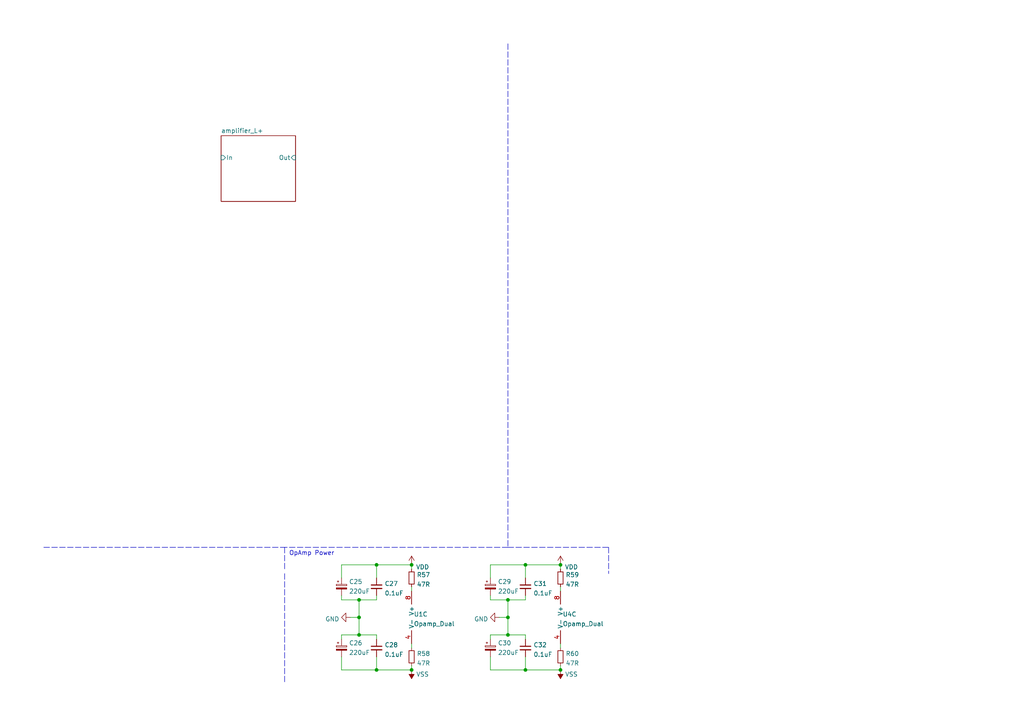
<source format=kicad_sch>
(kicad_sch (version 20211123) (generator eeschema)
  (paper "A4")
  (title_block (title "Whammy Balanced Amp Board") (date "2022-10-11") (rev "1.0") (company "ncAudio"))
  (lib_symbols
    (symbol "Device:C_Polarized_Small" (pin_numbers hide) (pin_names (offset 0.254) hide)
      (property "Reference" "C" (at 0.254 1.778 0))
      (property "Value" "C_Polarized_Small" (at 0.254 -2.032 0))
      (symbol "C_Polarized_Small_0_1"
        (rectangle (start -1.524 -0.3048) (end 1.524 -0.6858) (fill (type outline)))
        (rectangle (start -1.524 0.6858) (end 1.524 0.3048))
        (polyline (pts (xy -1.27 1.524) (xy -0.762 1.524)))
        (polyline (pts (xy -1.016 1.27) (xy -1.016 1.778)))
      )
      (symbol "C_Polarized_Small_1_1"
        (pin passive line (at 0 2.54 270) (length 1.8542) (name "~") (number "1"))
        (pin passive line (at 0 -2.54 90) (length 1.8542) (name "~") (number "2"))
      )
    )
    (symbol "Device:C_Small" (pin_numbers hide) (pin_names (offset 0.254) hide)
      (property "Reference" "C" (at 0.254 1.778 0))
      (property "Value" "C_Small" (at 0.254 -2.032 0))
      (symbol "C_Small_0_1"
        (polyline (pts (xy -1.524 -0.508) (xy 1.524 -0.508)) (stroke (width 0.3302)))
        (polyline (pts (xy -1.524 0.508) (xy 1.524 0.508)) (stroke (width 0.3048)))
      )
      (symbol "C_Small_1_1"
        (pin passive line (at 0 2.54 270) (length 2.032) (name "~") (number "1"))
        (pin passive line (at 0 -2.54 90) (length 2.032) (name "~") (number "2"))
      )
    )
    (symbol "Device:Opamp_Dual"
      (property "Reference" "U" (at 0 5.08 0))
      (property "Value" "Opamp_Dual" (at 0 -5.08 0))
      (symbol "Opamp_Dual_1_1"
        (polyline (pts (xy -5.08 5.08) (xy 5.08 0) (xy -5.08 -5.08) (xy -5.08 5.08)) (stroke (width 0.254)) (fill (type background)))
        (pin output line (at 7.62 0 180) (length 2.54) (name "~") (number "1"))
        (pin input line (at -7.62 -2.54 0) (length 2.54) (name "-") (number "2"))
        (pin input line (at -7.62 2.54 0) (length 2.54) (name "+") (number "3"))
      )
      (symbol "Opamp_Dual_2_1"
        (polyline (pts (xy -5.08 5.08) (xy 5.08 0) (xy -5.08 -5.08) (xy -5.08 5.08)) (stroke (width 0.254)) (fill (type background)))
        (pin input line (at -7.62 2.54 0) (length 2.54) (name "+") (number "5"))
        (pin input line (at -7.62 -2.54 0) (length 2.54) (name "-") (number "6"))
        (pin output line (at 7.62 0 180) (length 2.54) (name "~") (number "7"))
      )
      (symbol "Opamp_Dual_3_1"
        (pin power_in line (at -2.54 -7.62 90) (length 3.81) (name "V-") (number "4"))
        (pin power_in line (at -2.54 7.62 270) (length 3.81) (name "V+") (number "8"))
      )
    )
    (symbol "Device:R_Small" (pin_numbers hide) (pin_names (offset 0.254) hide)
      (property "Reference" "R" (at 0.762 0.508 0))
      (property "Value" "R_Small" (at 0.762 -1.016 0))
      (symbol "R_Small_0_1"
        (rectangle (start -0.762 1.778) (end 0.762 -1.778) (stroke (width 0.2032)))
      )
      (symbol "R_Small_1_1"
        (pin passive line (at 0 2.54 270) (length 0.762) (name "~") (number "1"))
        (pin passive line (at 0 -2.54 90) (length 0.762) (name "~") (number "2"))
      )
    )
    (symbol "power:GND" (power) (pin_names (offset 0))
      (property "Value" "GND" (at 0 -3.81 0))
      (symbol "GND_0_1"
        (polyline (pts (xy 0 0) (xy 0 -1.27) (xy 1.27 -1.27) (xy 0 -2.54) (xy -1.27 -1.27) (xy 0 -1.27)))
      )
      (symbol "GND_1_1"
        (pin power_in line (at 0 0 270) (length 0) hide (name "GND") (number "1"))
      )
    )
    (symbol "power:VDD" (power) (pin_names (offset 0))
      (property "Value" "VDD" (at 0 3.81 0))
      (symbol "VDD_0_1"
        (polyline (pts (xy -0.762 1.27) (xy 0 2.54)))
        (polyline (pts (xy 0 0) (xy 0 2.54)))
        (polyline (pts (xy 0 2.54) (xy 0.762 1.27)))
      )
      (symbol "VDD_1_1"
        (pin power_in line (at 0 0 90) (length 0) hide (name "VDD") (number "1"))
      )
    )
    (symbol "power:VSS" (power) (pin_names (offset 0))
      (property "Value" "VSS" (at 0 3.81 0))
      (symbol "VSS_0_1"
        (polyline (pts (xy 0 0) (xy 0 2.54)))
        (polyline (pts (xy 0.762 1.27) (xy -0.762 1.27) (xy 0 2.54) (xy 0.762 1.27)) (fill (type outline)))
      )
      (symbol "VSS_1_1"
        (pin power_in line (at 0 0 90) (length 0) hide (name "VSS") (number "1"))
      )
    )
  )
  (junction (at 104.14 184.15))
  (junction (at 104.14 173.99))
  (junction (at 104.14 179.07))
  (junction (at 119.38 194.31))
  (junction (at 152.4 163.83))
  (junction (at 162.56 194.31))
  (junction (at 147.32 184.15))
  (junction (at 109.22 194.31))
  (junction (at 152.4 194.31))
  (junction (at 162.56 163.83))
  (junction (at 147.32 179.07))
  (junction (at 147.32 173.99))
  (junction (at 119.38 163.83))
  (junction (at 109.22 163.83))
  (wire (pts (xy 152.4 190.5) (xy 152.4 194.31)))
  (wire (pts (xy 142.24 172.72) (xy 142.24 173.99)))
  (wire (pts (xy 119.38 194.31) (xy 119.38 193.04)))
  (wire (pts (xy 109.22 184.15) (xy 109.22 185.42)))
  (wire (pts (xy 109.22 190.5) (xy 109.22 194.31)))
  (wire (pts (xy 99.06 172.72) (xy 99.06 173.99)))
  (wire (pts (xy 109.22 194.31) (xy 119.38 194.31)))
  (wire (pts (xy 104.14 184.15) (xy 109.22 184.15)))
  (wire (pts (xy 142.24 163.83) (xy 152.4 163.83)))
  (wire (pts (xy 142.24 184.15) (xy 147.32 184.15)))
  (wire (pts (xy 152.4 173.99) (xy 152.4 172.72)))
  (wire (pts (xy 99.06 163.83) (xy 109.22 163.83)))
  (polyline (pts (xy 147.32 158.75) (xy 176.53 158.75)))
  (wire (pts (xy 99.06 184.15) (xy 104.14 184.15)))
  (wire (pts (xy 147.32 179.07) (xy 147.32 184.15)))
  (wire (pts (xy 162.56 165.1) (xy 162.56 163.83)))
  (wire (pts (xy 147.32 184.15) (xy 152.4 184.15)))
  (polyline (pts (xy 82.55 158.75) (xy 82.55 165.1)))
  (wire (pts (xy 109.22 167.64) (xy 109.22 163.83)))
  (polyline (pts (xy 147.32 158.75) (xy 82.55 158.75)))
  (polyline (pts (xy 147.32 12.7) (xy 147.32 158.75)))
  (wire (pts (xy 142.24 194.31) (xy 142.24 190.5)))
  (wire (pts (xy 152.4 163.83) (xy 162.56 163.83)))
  (wire (pts (xy 152.4 194.31) (xy 142.24 194.31)))
  (wire (pts (xy 104.14 179.07) (xy 104.14 184.15)))
  (wire (pts (xy 109.22 163.83) (xy 119.38 163.83)))
  (wire (pts (xy 162.56 171.45) (xy 162.56 170.18)))
  (wire (pts (xy 99.06 163.83) (xy 99.06 167.64)))
  (wire (pts (xy 142.24 185.42) (xy 142.24 184.15)))
  (wire (pts (xy 99.06 194.31) (xy 99.06 190.5)))
  (wire (pts (xy 152.4 167.64) (xy 152.4 163.83)))
  (wire (pts (xy 109.22 173.99) (xy 109.22 172.72)))
  (wire (pts (xy 162.56 194.31) (xy 162.56 193.04)))
  (wire (pts (xy 109.22 194.31) (xy 99.06 194.31)))
  (wire (pts (xy 162.56 187.96) (xy 162.56 186.69)))
  (polyline (pts (xy 176.53 158.75) (xy 176.53 166.37)))
  (wire (pts (xy 142.24 173.99) (xy 147.32 173.99)))
  (polyline (pts (xy 12.7 158.75) (xy 82.55 158.75)))
  (wire (pts (xy 119.38 165.1) (xy 119.38 163.83)))
  (wire (pts (xy 99.06 185.42) (xy 99.06 184.15)))
  (wire (pts (xy 119.38 171.45) (xy 119.38 170.18)))
  (wire (pts (xy 119.38 187.96) (xy 119.38 186.69)))
  (polyline (pts (xy 82.55 166.37) (xy 82.55 198.12)))
  (wire (pts (xy 104.14 173.99) (xy 109.22 173.99)))
  (wire (pts (xy 147.32 173.99) (xy 152.4 173.99)))
  (wire (pts (xy 99.06 173.99) (xy 104.14 173.99)))
  (wire (pts (xy 144.78 179.07) (xy 147.32 179.07)))
  (wire (pts (xy 152.4 194.31) (xy 162.56 194.31)))
  (wire (pts (xy 142.24 163.83) (xy 142.24 167.64)))
  (wire (pts (xy 152.4 184.15) (xy 152.4 185.42)))
  (wire (pts (xy 104.14 173.99) (xy 104.14 179.07)))
  (wire (pts (xy 101.6 179.07) (xy 104.14 179.07)))
  (wire (pts (xy 147.32 173.99) (xy 147.32 179.07)))
  (text "OpAmp Power" (at 83.82 161.29 0) (effects (font (size 1.27 1.27)) (justify left bottom)))
  (symbol (lib_id "Device:C_Polarized_Small") (at 142.24 187.96 0) (unit 1)
    (property "Reference" "C30" (at 144.399 186.5054 0) (effects (justify left)))
    (property "Value" "220uF" (at 144.399 189.2805 0) (effects (justify left)))
  )
  (symbol (lib_id "Device:Opamp_Dual") (at 116.84 179.07 0) (mirror y) (unit 3)
    (property "Reference" "U1" (at 120.015 178.1615 0) (effects (justify right)))
    (property "Value" "Opamp_Dual" (at 120.015 180.9366 0) (effects (justify right)))
  )
  (symbol (lib_id "Device:R_Small") (at 119.38 167.64 0) (unit 1)
    (property "Reference" "R57" (at 120.8786 166.7315 0) (effects (justify left)))
    (property "Value" "47R" (at 120.8786 169.5066 0) (effects (justify left)))
  )
  (symbol (lib_id "Device:C_Small") (at 109.22 170.18 0) (unit 1)
    (property "Reference" "C27" (at 111.5441 169.2778 0) (effects (justify left)))
    (property "Value" "0.1uF" (at 111.5441 172.0529 0) (effects (justify left)))
  )
  (symbol (lib_id "Device:C_Polarized_Small") (at 99.06 187.96 0) (unit 1)
    (property "Reference" "C26" (at 101.219 186.5054 0) (effects (justify left)))
    (property "Value" "220uF" (at 101.219 189.2805 0) (effects (justify left)))
  )
  (symbol (lib_id "power:GND") (at 101.6 179.07 270) (mirror x) (unit 1)
    (property "Reference" "#PWR09" (effects hide))
    (property "Value" "GND" (at 98.4251 179.549 90) (effects (justify right)))
  )
  (symbol (lib_id "Device:R_Small") (at 119.38 190.5 0) (unit 1)
    (property "Reference" "R58" (at 120.8786 189.5915 0) (effects (justify left)))
    (property "Value" "47R" (at 120.8786 192.3666 0) (effects (justify left)))
  )
  (symbol (lib_id "Device:C_Polarized_Small") (at 142.24 170.18 0) (unit 1)
    (property "Reference" "C29" (at 144.399 168.7254 0) (effects (justify left)))
    (property "Value" "220uF" (at 144.399 171.5005 0) (effects (justify left)))
  )
  (symbol (lib_id "Device:C_Small") (at 152.4 187.96 0) (unit 1)
    (property "Reference" "C32" (at 154.7241 187.0578 0) (effects (justify left)))
    (property "Value" "0.1uF" (at 154.7241 189.8329 0) (effects (justify left)))
  )
  (symbol (lib_id "power:GND") (at 144.78 179.07 270) (mirror x) (unit 1)
    (property "Reference" "#PWR010" (effects hide))
    (property "Value" "GND" (at 141.6051 179.549 90) (effects (justify right)))
  )
  (symbol (lib_id "Device:R_Small") (at 162.56 190.5 0) (unit 1)
    (property "Reference" "R60" (at 164.0586 189.5915 0) (effects (justify left)))
    (property "Value" "47R" (at 164.0586 192.3666 0) (effects (justify left)))
  )
  (symbol (lib_id "power:VDD") (at 119.38 163.83 0) (unit 1)
    (property "Reference" "#PWR01" (effects hide))
    (property "Value" "VDD" (at 122.555 164.465 0))
  )
  (symbol (lib_id "power:VSS") (at 119.38 194.31 180) (unit 1)
    (property "Reference" "#PWR02" (effects hide))
    (property "Value" "VSS" (at 122.555 195.58 0))
  )
  (symbol (lib_id "power:VDD") (at 162.56 163.83 0) (unit 1)
    (property "Reference" "#PWR03" (effects hide))
    (property "Value" "VDD" (at 165.735 164.465 0))
  )
  (symbol (lib_id "Device:Opamp_Dual") (at 160.02 179.07 0) (mirror y) (unit 3)
    (property "Reference" "U4" (at 163.195 178.1615 0) (effects (justify right)))
    (property "Value" "Opamp_Dual" (at 163.195 180.9366 0) (effects (justify right)))
  )
  (symbol (lib_id "Device:R_Small") (at 162.56 167.64 0) (unit 1)
    (property "Reference" "R59" (at 164.0586 166.7315 0) (effects (justify left)))
    (property "Value" "47R" (at 164.0586 169.5066 0) (effects (justify left)))
  )
  (symbol (lib_id "power:VSS") (at 162.56 194.31 180) (unit 1)
    (property "Reference" "#PWR04" (effects hide))
    (property "Value" "VSS" (at 165.735 195.58 0))
  )
  (symbol (lib_id "Device:C_Small") (at 152.4 170.18 0) (unit 1)
    (property "Reference" "C31" (at 154.7241 169.2778 0) (effects (justify left)))
    (property "Value" "0.1uF" (at 154.7241 172.0529 0) (effects (justify left)))
  )
  (symbol (lib_id "Device:C_Polarized_Small") (at 99.06 170.18 0) (unit 1)
    (property "Reference" "C25" (at 101.219 168.7254 0) (effects (justify left)))
    (property "Value" "220uF" (at 101.219 171.5005 0) (effects (justify left)))
  )
  (symbol (lib_id "Device:C_Small") (at 109.22 187.96 0) (unit 1)
    (property "Reference" "C28" (at 111.5441 187.0578 0) (effects (justify left)))
    (property "Value" "0.1uF" (at 111.5441 189.8329 0) (effects (justify left)))
  )
  (sheet (at 64.135 39.37) (size 21.59 19.05) (stroke (width 0.1524))
    (property "Sheet name" "amplifier_L+" (at 64.135 38.6584 0) (effects (justify left bottom)))
    (property "Sheet file" "amplifier.kicad_sch" (effects hide))
    (pin "Out" input (at 85.725 45.72 0))
    (pin "In" input (at 64.135 45.72 180))
  )
)
</source>
